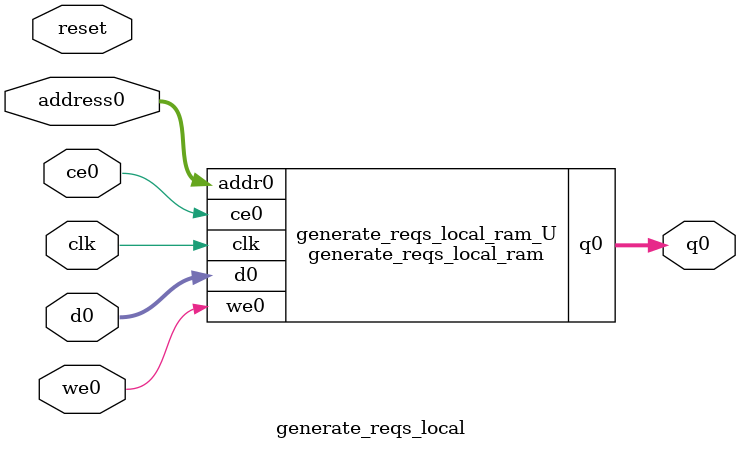
<source format=v>
`timescale 1 ns / 1 ps
module generate_reqs_local_ram (addr0, ce0, d0, we0, q0,  clk);

parameter DWIDTH = 32;
parameter AWIDTH = 12;
parameter MEM_SIZE = 4096;

input[AWIDTH-1:0] addr0;
input ce0;
input[DWIDTH-1:0] d0;
input we0;
output reg[DWIDTH-1:0] q0;
input clk;

(* ram_style = "block" *)reg [DWIDTH-1:0] ram[0:MEM_SIZE-1];




always @(posedge clk)  
begin 
    if (ce0) begin
        if (we0) 
            ram[addr0] <= d0; 
        q0 <= ram[addr0];
    end
end


endmodule

`timescale 1 ns / 1 ps
module generate_reqs_local(
    reset,
    clk,
    address0,
    ce0,
    we0,
    d0,
    q0);

parameter DataWidth = 32'd32;
parameter AddressRange = 32'd4096;
parameter AddressWidth = 32'd12;
input reset;
input clk;
input[AddressWidth - 1:0] address0;
input ce0;
input we0;
input[DataWidth - 1:0] d0;
output[DataWidth - 1:0] q0;



generate_reqs_local_ram generate_reqs_local_ram_U(
    .clk( clk ),
    .addr0( address0 ),
    .ce0( ce0 ),
    .we0( we0 ),
    .d0( d0 ),
    .q0( q0 ));

endmodule


</source>
